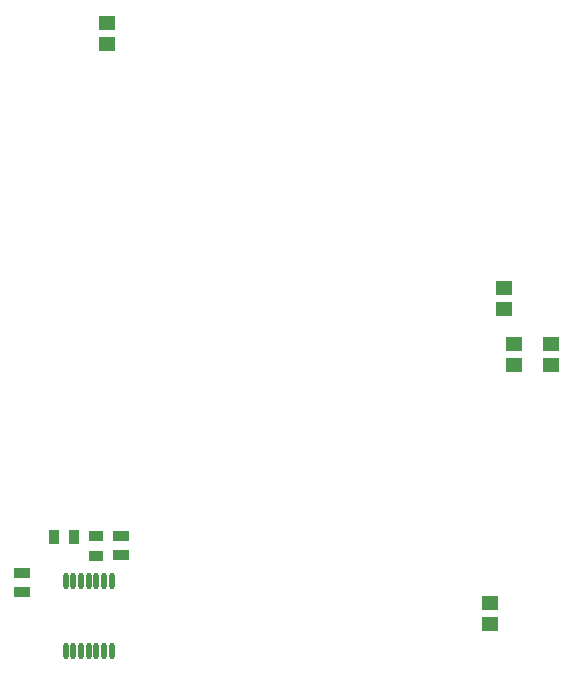
<source format=gbr>
G04 Layer_Color=128*
%FSLAX26Y26*%
%MOIN*%
%TF.FileFunction,Paste,Bot*%
%TF.Part,Single*%
G01*
G75*
%TA.AperFunction,SMDPad,CuDef*%
%ADD10R,0.057087X0.045276*%
%ADD13R,0.051181X0.033465*%
%ADD21R,0.033465X0.051181*%
%ADD22R,0.053150X0.037402*%
%ADD47O,0.017716X0.055118*%
D10*
X1822110Y977677D02*
D03*
Y1048543D02*
D03*
X545110Y2981543D02*
D03*
Y2910677D02*
D03*
X2025000Y1910433D02*
D03*
Y1839567D02*
D03*
X1869134Y2028134D02*
D03*
Y2099000D02*
D03*
X1900000Y1839566D02*
D03*
Y1910432D02*
D03*
D13*
X508110Y1271575D02*
D03*
Y1204646D02*
D03*
D21*
X433575Y1269110D02*
D03*
X366646D02*
D03*
D22*
X260110Y1085614D02*
D03*
Y1148606D02*
D03*
X591110Y1206614D02*
D03*
Y1269606D02*
D03*
D47*
X406929Y1121252D02*
D03*
X432520D02*
D03*
X458110D02*
D03*
X483701D02*
D03*
X509291D02*
D03*
X534882D02*
D03*
X560473D02*
D03*
X406929Y888968D02*
D03*
X432520D02*
D03*
X458110D02*
D03*
X483701D02*
D03*
X509291D02*
D03*
X534882D02*
D03*
X560473D02*
D03*
%TF.MD5,c9b58b04663a2ff4780ab689c6e52673*%
M02*

</source>
